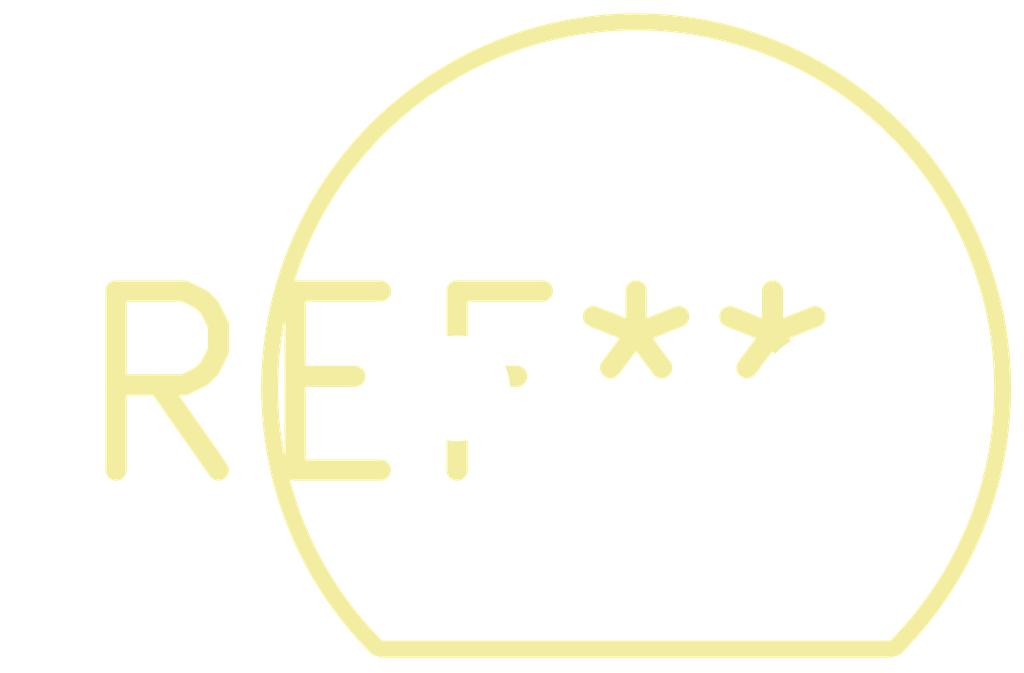
<source format=kicad_pcb>
(kicad_pcb (version 20240108) (generator pcbnew)
  (layers (0 "F.Cu" signal) (31 "B.Cu" signal) (34 "B.Paste" user) (35 "F.Paste" user) (36 "B.SilkS" user "B.Silkscreen") (37 "F.SilkS" user "F.Silkscreen") (38 "B.Mask" user) (39 "F.Mask" user) (44 "Edge.Cuts" user))
  (net 0 "")
  (footprint "TO-92" (layer "F.Cu") (at 0 0)
    (property "Reference" "REF**")
    (property "Value" "TO-92")
    (fp_line (start -0.53 1.85) (end 3.07 1.85) (layer "F.SilkS") (stroke (width 0.12)))
    (fp_arc (start -0.568478 1.838478) (mid -1.132087 -0.994977) (end 1.27 -2.6) (layer "F.SilkS") (stroke (width 0.12)))
    (fp_arc (start 1.27 -2.6) (mid 3.672087 -0.994977) (end 3.108478 1.838478) (layer "F.SilkS") (stroke (width 0.12)))
    (pad "1" thru_hole rect (at 0 0) (size 1.3 1.3) (drill 0.75) (layers *.Cu *.Mask) (remove_unused_layers))
    (pad "2" thru_hole circle (at 1.27 -1.27) (size 1.3 1.3) (drill 0.75) (layers *.Cu *.Mask) (remove_unused_layers))
    (pad "3" thru_hole circle (at 2.54 0) (size 1.3 1.3) (drill 0.75) (layers *.Cu *.Mask) (remove_unused_layers))
  )
)
</source>
